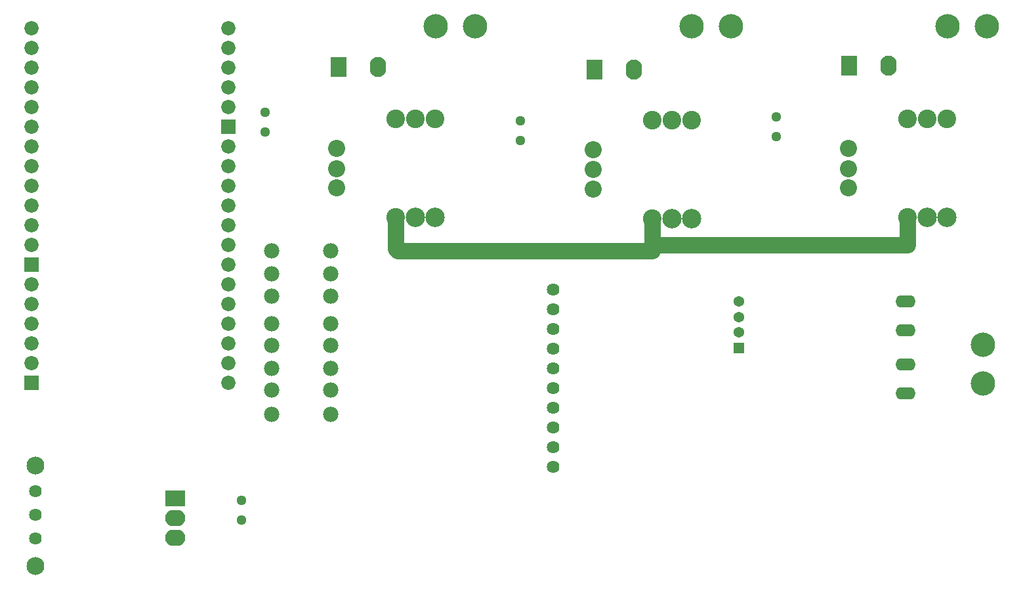
<source format=gts>
G04 Layer: TopSolderMaskLayer*
G04 EasyEDA v6.5.40, 2024-02-16 14:27:15*
G04 e6df629b51dc495ebfef8267a6aecd5e,cfde26286956488f8bb48462f070ee61,10*
G04 Gerber Generator version 0.2*
G04 Scale: 100 percent, Rotated: No, Reflected: No *
G04 Dimensions in millimeters *
G04 leading zeros omitted , absolute positions ,4 integer and 5 decimal *
%FSLAX45Y45*%
%MOMM*%

%AMMACRO1*1,1,$1,$2,$3*1,1,$1,$4,$5*1,1,$1,0-$2,0-$3*1,1,$1,0-$4,0-$5*20,1,$1,$2,$3,$4,$5,0*20,1,$1,$4,$5,0-$2,0-$3,0*20,1,$1,0-$2,0-$3,0-$4,0-$5,0*20,1,$1,0-$4,0-$5,$2,$3,0*4,1,4,$2,$3,$4,$5,0-$2,0-$3,0-$4,0-$5,$2,$3,0*%
%ADD10C,2.1016*%
%ADD11C,3.1496*%
%ADD12R,1.3716X1.3716*%
%ADD13C,1.3716*%
%ADD14C,1.9812*%
%ADD15O,2.6000202X1.6000222*%
%ADD16C,2.4016*%
%ADD17C,2.5032*%
%ADD18C,2.2016*%
%ADD19C,1.6256*%
%ADD20C,1.2954*%
%ADD21O,2.101596X2.601595*%
%ADD22MACRO1,0.1016X-1.0008X1.2497X1.0008X1.2497*%
%ADD23MACRO1,0.1016X1.25X1X1.25X-1*%
%ADD24O,2.601595X2.101596*%
%ADD25C,2.3016*%
%ADD26C,1.8364*%
%ADD27R,1.8364X1.8364*%
%ADD28C,1.8362*%
%ADD29R,1.8362X1.8362*%

%LPD*%
D10*
X11853209Y5346700D02*
G01*
X11514543Y5346700D01*
X11514543Y5346700D02*
G01*
X9156445Y5346700D01*
X9156445Y5689854D02*
G01*
X9156445Y5270500D01*
X8560617Y5270500D01*
X8560617Y5270500D02*
G01*
X5867400Y5270500D01*
X5841745Y5296154D01*
X5841745Y5702554D01*
X8560617Y5270500D02*
G01*
X5867400Y5270500D01*
X5841745Y5296154D01*
X5841745Y5702554D01*
X12445745Y5702554D02*
G01*
X12445745Y5346700D01*
X11853209Y5346700D01*
D11*
G01*
X6362700Y8166100D03*
G01*
X6862825Y8166100D03*
G01*
X13423900Y4064000D03*
G01*
X13423900Y3563873D03*
D12*
G01*
X10274300Y4018279D03*
D13*
G01*
X10274300Y4218939D03*
G01*
X10274300Y4417060D03*
G01*
X10274300Y4617720D03*
D14*
G01*
X5003800Y4330700D03*
G01*
X4241800Y4330700D03*
G01*
X4241800Y4686300D03*
G01*
X5003800Y4686300D03*
G01*
X5003800Y5270500D03*
G01*
X4241800Y5270500D03*
G01*
X4241800Y4978400D03*
G01*
X5003800Y4978400D03*
G01*
X5003800Y3479800D03*
G01*
X4241800Y3479800D03*
G01*
X4241800Y3162300D03*
G01*
X5003800Y3162300D03*
D15*
G01*
X12420600Y3435908D03*
G01*
X12420600Y3805910D03*
G01*
X12420600Y4245889D03*
G01*
X12420600Y4615891D03*
D16*
G01*
X6350000Y6972300D03*
G01*
X6095745Y6972554D03*
G01*
X5841745Y6972554D03*
G01*
X5841745Y5702554D03*
D17*
G01*
X6350000Y5702300D03*
G01*
X6096000Y5702300D03*
D18*
G01*
X5080000Y6083300D03*
G01*
X5080000Y6333236D03*
G01*
X5080000Y6591300D03*
D16*
G01*
X12954000Y6972300D03*
G01*
X12699745Y6972554D03*
G01*
X12445745Y6972554D03*
G01*
X12445745Y5702554D03*
D17*
G01*
X12954000Y5702300D03*
G01*
X12700000Y5702300D03*
D18*
G01*
X11684000Y6083300D03*
G01*
X11684000Y6333236D03*
G01*
X11684000Y6591300D03*
D16*
G01*
X9664700Y6959600D03*
G01*
X9410445Y6959854D03*
G01*
X9156445Y6959854D03*
G01*
X9156445Y5689854D03*
D17*
G01*
X9664700Y5689600D03*
G01*
X9410700Y5689600D03*
D18*
G01*
X8394700Y6070600D03*
G01*
X8394700Y6320536D03*
G01*
X8394700Y6578600D03*
D14*
G01*
X5003800Y4051300D03*
G01*
X4241800Y4051300D03*
G01*
X4241800Y3759200D03*
G01*
X5003800Y3759200D03*
D19*
G01*
X7874000Y3759200D03*
G01*
X7874000Y3505200D03*
G01*
X7874000Y3251200D03*
G01*
X7874000Y2997200D03*
G01*
X7874000Y2743200D03*
G01*
X7874000Y2489200D03*
G01*
X7874000Y4013200D03*
G01*
X7874000Y4267200D03*
G01*
X7874000Y4521200D03*
G01*
X7874000Y4775200D03*
D20*
G01*
X3855720Y1800860D03*
G01*
X3855720Y2054860D03*
G01*
X10751820Y6741160D03*
G01*
X10751820Y6995160D03*
G01*
X7449820Y6690360D03*
G01*
X7449820Y6944360D03*
G01*
X4160520Y6804660D03*
G01*
X4160520Y7058660D03*
D21*
G01*
X5613400Y7645400D03*
D22*
G01*
X5105400Y7645400D03*
D21*
G01*
X12204700Y7658100D03*
D22*
G01*
X11696700Y7658100D03*
D21*
G01*
X8915400Y7607300D03*
D22*
G01*
X8407400Y7607300D03*
D11*
G01*
X12966700Y8166100D03*
G01*
X13466825Y8166100D03*
G01*
X9664700Y8166100D03*
G01*
X10164825Y8166100D03*
D23*
G01*
X2997200Y2082800D03*
D24*
G01*
X2997200Y1574800D03*
G01*
X2997200Y1828800D03*
D19*
G01*
X1193800Y1866900D03*
G01*
X1193800Y1562100D03*
G01*
X1193800Y2171700D03*
D25*
G01*
X1193800Y1206500D03*
G01*
X1193800Y2501900D03*
D26*
G01*
X3683000Y8140700D03*
G01*
X3683000Y7886700D03*
G01*
X3683000Y7632700D03*
G01*
X3683000Y7378700D03*
G01*
X3683000Y7124700D03*
D27*
G01*
X3683000Y6870700D03*
D26*
G01*
X3683000Y6616700D03*
G01*
X3683000Y6362700D03*
G01*
X1143000Y6362700D03*
G01*
X1143000Y6616700D03*
G01*
X1143000Y6870700D03*
G01*
X1143000Y7124700D03*
G01*
X1143000Y7378700D03*
G01*
X1143000Y7632700D03*
G01*
X1143000Y7886700D03*
G01*
X1143000Y8140700D03*
G01*
X1143000Y6108700D03*
G01*
X1143000Y5854700D03*
G01*
X1143000Y5600700D03*
G01*
X1143000Y5346700D03*
D27*
G01*
X1143000Y5092700D03*
D26*
G01*
X1143000Y4838700D03*
G01*
X1143000Y4584700D03*
G01*
X1143000Y4330700D03*
D28*
G01*
X3683000Y4330700D03*
D26*
G01*
X3683000Y4584700D03*
G01*
X3683000Y4838700D03*
G01*
X3683000Y5092700D03*
G01*
X3683000Y5346700D03*
G01*
X3683000Y5600700D03*
G01*
X3683000Y5854700D03*
G01*
X3683000Y6108700D03*
D28*
G01*
X3683000Y3822700D03*
G01*
X3683000Y3568700D03*
D29*
G01*
X1143000Y3568700D03*
D28*
G01*
X1143000Y3822700D03*
G01*
X1143000Y4076700D03*
G01*
X3683000Y4076700D03*
M02*

</source>
